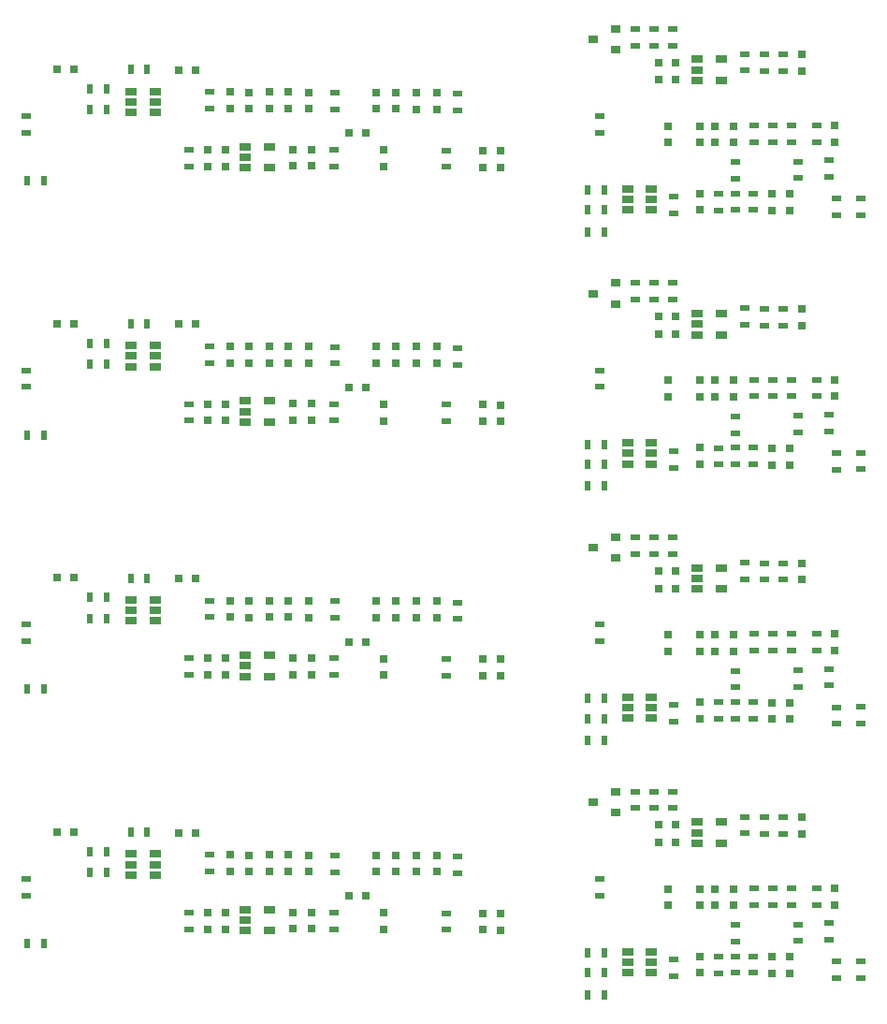
<source format=gbp>
%MOIN*%
%OFA0B0*%
%FSLAX46Y46*%
%IPPOS*%
%LPD*%
%ADD10C,0.0039370078740157488*%
%ADD11R,0.01968503937007874X0.035433070866141732*%
%ADD12R,0.031496062992125991X0.029527559055118113*%
%ADD13R,0.029527559055118113X0.031496062992125991*%
%ADD14R,0.035433070866141732X0.01968503937007874*%
%ADD15R,0.041732283464566935X0.025590551181102365*%
%ADD26C,0.0039370078740157488*%
%ADD27R,0.01968503937007874X0.035433070866141732*%
%ADD28R,0.031496062992125991X0.029527559055118113*%
%ADD29R,0.029527559055118113X0.031496062992125991*%
%ADD30R,0.035433070866141732X0.01968503937007874*%
%ADD31R,0.041732283464566935X0.025590551181102365*%
%ADD32C,0.0039370078740157488*%
%ADD33R,0.01968503937007874X0.035433070866141732*%
%ADD34R,0.031496062992125991X0.029527559055118113*%
%ADD35R,0.029527559055118113X0.031496062992125991*%
%ADD36R,0.035433070866141732X0.01968503937007874*%
%ADD37R,0.041732283464566935X0.025590551181102365*%
%ADD38C,0.0039370078740157488*%
%ADD39R,0.01968503937007874X0.035433070866141732*%
%ADD40R,0.031496062992125991X0.029527559055118113*%
%ADD41R,0.029527559055118113X0.031496062992125991*%
%ADD42R,0.035433070866141732X0.01968503937007874*%
%ADD43R,0.041732283464566935X0.025590551181102365*%
%ADD44C,0.0039370078740157488*%
%ADD45R,0.035433070866141732X0.01968503937007874*%
%ADD46R,0.029527559055118113X0.031496062992125991*%
%ADD47R,0.041732283464566935X0.025590551181102365*%
%ADD48R,0.01968503937007874X0.035433070866141732*%
%ADD49R,0.035433070866141732X0.031496062992125991*%
%ADD50R,0.031496062992125991X0.029527559055118113*%
%ADD51C,0.0039370078740157488*%
%ADD52R,0.035433070866141732X0.01968503937007874*%
%ADD53R,0.029527559055118113X0.031496062992125991*%
%ADD54R,0.041732283464566935X0.025590551181102365*%
%ADD55R,0.01968503937007874X0.035433070866141732*%
%ADD56R,0.035433070866141732X0.031496062992125991*%
%ADD57R,0.031496062992125991X0.029527559055118113*%
%ADD58C,0.0039370078740157488*%
%ADD59R,0.035433070866141732X0.01968503937007874*%
%ADD60R,0.029527559055118113X0.031496062992125991*%
%ADD61R,0.041732283464566935X0.025590551181102365*%
%ADD62R,0.01968503937007874X0.035433070866141732*%
%ADD63R,0.035433070866141732X0.031496062992125991*%
%ADD64R,0.031496062992125991X0.029527559055118113*%
%ADD65C,0.0039370078740157488*%
%ADD66R,0.035433070866141732X0.01968503937007874*%
%ADD67R,0.029527559055118113X0.031496062992125991*%
%ADD68R,0.041732283464566935X0.025590551181102365*%
%ADD69R,0.01968503937007874X0.035433070866141732*%
%ADD70R,0.035433070866141732X0.031496062992125991*%
%ADD71R,0.031496062992125991X0.029527559055118113*%
%ADD72C,0.0039370078740157488*%
%ADD73C,0.0039370078740157488*%
%ADD74C,0.0039370078740157488*%
%ADD75C,0.0039370078740157488*%
%ADD76C,0.0039370078740157488*%
%ADD77C,0.0039370078740157488*%
G01G01*
D10*
D11*
X0000000000Y0000905511D02*
X0000088582Y0000253936D03*
X0000147637Y0000253936D03*
D12*
X0001236299Y0000422755D03*
X0001295354Y0000422755D03*
D13*
X0001359921Y0000362519D03*
X0001359921Y0000303464D03*
X0001775669Y0000301496D03*
X0001775669Y0000360551D03*
D12*
X0000255196Y0000650708D03*
X0000196141Y0000650708D03*
X0000628425Y0000648346D03*
X0000687480Y0000648346D03*
D14*
X0000665826Y0000364094D03*
X0000665826Y0000305039D03*
D13*
X0000731968Y0000305433D03*
X0000731968Y0000364488D03*
X0000796535Y0000364094D03*
X0000796535Y0000305039D03*
D15*
X0000866220Y0000299921D03*
X0000866220Y0000337322D03*
X0000866220Y0000374724D03*
X0000952834Y0000374724D03*
X0000952834Y0000299921D03*
D13*
X0001034724Y0000365275D03*
X0001034724Y0000306220D03*
X0001103228Y0000364881D03*
X0001103228Y0000305826D03*
D14*
X0001181574Y0000364094D03*
X0001181574Y0000305039D03*
X0001582362Y0000361732D03*
X0001582362Y0000302677D03*
D13*
X0001710708Y0000302283D03*
X0001710708Y0000361338D03*
D14*
X0001623622Y0000562992D03*
X0001623622Y0000503937D03*
D13*
X0001476456Y0000508976D03*
X0001476456Y0000568031D03*
X0001401653Y0000568818D03*
X0001401653Y0000509763D03*
X0001333543Y0000568818D03*
X0001333543Y0000509763D03*
D14*
X0001184330Y0000508188D03*
X0001184330Y0000567244D03*
D13*
X0001093385Y0000509763D03*
X0001093385Y0000568818D03*
X0000810708Y0000510157D03*
X0000810708Y0000569212D03*
X0001019370Y0000510157D03*
X0001019370Y0000569212D03*
X0000878818Y0000509370D03*
X0000878818Y0000568425D03*
X0000952834Y0000510551D03*
X0000952834Y0000569606D03*
D14*
X0000739055Y0000570000D03*
X0000739055Y0000510944D03*
D11*
X0000516535Y0000649212D03*
X0000457480Y0000649212D03*
D15*
X0000546535Y0000572362D03*
X0000546535Y0000534960D03*
X0000546535Y0000497559D03*
X0000459921Y0000497559D03*
X0000459921Y0000572362D03*
X0000459921Y0000534960D03*
D11*
X0000372125Y0000505826D03*
X0000313070Y0000505826D03*
X0000372125Y0000581023D03*
X0000313070Y0000581023D03*
D14*
X0000085118Y0000484566D03*
X0000085118Y0000425511D03*
D13*
X0001549685Y0000508976D03*
X0001549685Y0000568031D03*
G04 next file*
G04 Gerber Fmt 4.6, Leading zero omitted, Abs format (unit mm)*
G04 Created by KiCad (PCBNEW 4.0.7) date 01/16/18 14:15:25*
G01G01*
G04 APERTURE LIST*
G04 APERTURE END LIST*
D26*
D27*
X0000000000Y0001811023D02*
X0000088582Y0001159448D03*
X0000147637Y0001159448D03*
D28*
X0001236299Y0001328267D03*
X0001295354Y0001328267D03*
D29*
X0001359921Y0001268031D03*
X0001359921Y0001208976D03*
X0001775669Y0001207007D03*
X0001775669Y0001266062D03*
D28*
X0000255196Y0001556220D03*
X0000196141Y0001556220D03*
X0000628425Y0001553858D03*
X0000687480Y0001553858D03*
D30*
X0000665826Y0001269606D03*
X0000665826Y0001210551D03*
D29*
X0000731968Y0001210944D03*
X0000731968Y0001269999D03*
X0000796535Y0001269606D03*
X0000796535Y0001210551D03*
D31*
X0000866220Y0001205433D03*
X0000866220Y0001242834D03*
X0000866220Y0001280236D03*
X0000952834Y0001280236D03*
X0000952834Y0001205433D03*
D29*
X0001034724Y0001270787D03*
X0001034724Y0001211732D03*
X0001103228Y0001270393D03*
X0001103228Y0001211338D03*
D30*
X0001181574Y0001269606D03*
X0001181574Y0001210551D03*
X0001582362Y0001267244D03*
X0001582362Y0001208188D03*
D29*
X0001710708Y0001207795D03*
X0001710708Y0001266850D03*
D30*
X0001623622Y0001468503D03*
X0001623622Y0001409448D03*
D29*
X0001476456Y0001414488D03*
X0001476456Y0001473543D03*
X0001401653Y0001474330D03*
X0001401653Y0001415275D03*
X0001333543Y0001474330D03*
X0001333543Y0001415275D03*
D30*
X0001184330Y0001413700D03*
X0001184330Y0001472755D03*
D29*
X0001093385Y0001415275D03*
X0001093385Y0001474330D03*
X0000810708Y0001415669D03*
X0000810708Y0001474724D03*
X0001019370Y0001415669D03*
X0001019370Y0001474724D03*
X0000878818Y0001414881D03*
X0000878818Y0001473937D03*
X0000952834Y0001416062D03*
X0000952834Y0001475118D03*
D30*
X0000739055Y0001475511D03*
X0000739055Y0001416456D03*
D27*
X0000516535Y0001554724D03*
X0000457480Y0001554724D03*
D31*
X0000546535Y0001477874D03*
X0000546535Y0001440472D03*
X0000546535Y0001403070D03*
X0000459921Y0001403070D03*
X0000459921Y0001477874D03*
X0000459921Y0001440472D03*
D27*
X0000372125Y0001411338D03*
X0000313070Y0001411338D03*
X0000372125Y0001486535D03*
X0000313070Y0001486535D03*
D30*
X0000085118Y0001390078D03*
X0000085118Y0001331023D03*
D29*
X0001549685Y0001414488D03*
X0001549685Y0001473543D03*
G04 next file*
G04 Gerber Fmt 4.6, Leading zero omitted, Abs format (unit mm)*
G04 Created by KiCad (PCBNEW 4.0.7) date 01/16/18 14:15:25*
G01G01*
G04 APERTURE LIST*
G04 APERTURE END LIST*
D32*
D33*
X0000000000Y0002716535D02*
X0000088582Y0002064960D03*
X0000147637Y0002064960D03*
D34*
X0001236299Y0002233779D03*
X0001295354Y0002233779D03*
D35*
X0001359921Y0002173543D03*
X0001359921Y0002114488D03*
X0001775669Y0002112519D03*
X0001775669Y0002171574D03*
D34*
X0000255196Y0002461732D03*
X0000196141Y0002461732D03*
X0000628425Y0002459370D03*
X0000687480Y0002459370D03*
D36*
X0000665826Y0002175118D03*
X0000665826Y0002116062D03*
D35*
X0000731968Y0002116456D03*
X0000731968Y0002175511D03*
X0000796535Y0002175118D03*
X0000796535Y0002116062D03*
D37*
X0000866220Y0002110944D03*
X0000866220Y0002148346D03*
X0000866220Y0002185748D03*
X0000952834Y0002185748D03*
X0000952834Y0002110944D03*
D35*
X0001034724Y0002176299D03*
X0001034724Y0002117244D03*
X0001103228Y0002175905D03*
X0001103228Y0002116850D03*
D36*
X0001181574Y0002175118D03*
X0001181574Y0002116062D03*
X0001582362Y0002172755D03*
X0001582362Y0002113700D03*
D35*
X0001710708Y0002113307D03*
X0001710708Y0002172362D03*
D36*
X0001623622Y0002374015D03*
X0001623622Y0002314960D03*
D35*
X0001476456Y0002320000D03*
X0001476456Y0002379055D03*
X0001401653Y0002379842D03*
X0001401653Y0002320787D03*
X0001333543Y0002379842D03*
X0001333543Y0002320787D03*
D36*
X0001184330Y0002319212D03*
X0001184330Y0002378267D03*
D35*
X0001093385Y0002320787D03*
X0001093385Y0002379842D03*
X0000810708Y0002321181D03*
X0000810708Y0002380236D03*
X0001019370Y0002321181D03*
X0001019370Y0002380236D03*
X0000878818Y0002320393D03*
X0000878818Y0002379448D03*
X0000952834Y0002321574D03*
X0000952834Y0002380629D03*
D36*
X0000739055Y0002381023D03*
X0000739055Y0002321968D03*
D33*
X0000516535Y0002460236D03*
X0000457480Y0002460236D03*
D37*
X0000546535Y0002383385D03*
X0000546535Y0002345984D03*
X0000546535Y0002308582D03*
X0000459921Y0002308582D03*
X0000459921Y0002383385D03*
X0000459921Y0002345984D03*
D33*
X0000372125Y0002316850D03*
X0000313070Y0002316850D03*
X0000372125Y0002392047D03*
X0000313070Y0002392047D03*
D36*
X0000085118Y0002295590D03*
X0000085118Y0002236535D03*
D35*
X0001549685Y0002320000D03*
X0001549685Y0002379055D03*
G04 next file*
G04 Gerber Fmt 4.6, Leading zero omitted, Abs format (unit mm)*
G04 Created by KiCad (PCBNEW 4.0.7) date 01/16/18 14:15:25*
G01G01*
G04 APERTURE LIST*
G04 APERTURE END LIST*
D38*
D39*
X0000000000Y0003622047D02*
X0000088582Y0002970472D03*
X0000147637Y0002970472D03*
D40*
X0001236299Y0003139291D03*
X0001295354Y0003139291D03*
D41*
X0001359921Y0003079055D03*
X0001359921Y0003020000D03*
X0001775669Y0003018031D03*
X0001775669Y0003077086D03*
D40*
X0000255196Y0003367244D03*
X0000196141Y0003367244D03*
X0000628425Y0003364881D03*
X0000687480Y0003364881D03*
D42*
X0000665826Y0003080629D03*
X0000665826Y0003021574D03*
D41*
X0000731968Y0003021968D03*
X0000731968Y0003081023D03*
X0000796535Y0003080629D03*
X0000796535Y0003021574D03*
D43*
X0000866220Y0003016456D03*
X0000866220Y0003053858D03*
X0000866220Y0003091259D03*
X0000952834Y0003091259D03*
X0000952834Y0003016456D03*
D41*
X0001034724Y0003081811D03*
X0001034724Y0003022755D03*
X0001103228Y0003081417D03*
X0001103228Y0003022362D03*
D42*
X0001181574Y0003080629D03*
X0001181574Y0003021574D03*
X0001582362Y0003078267D03*
X0001582362Y0003019212D03*
D41*
X0001710708Y0003018818D03*
X0001710708Y0003077874D03*
D42*
X0001623622Y0003279527D03*
X0001623622Y0003220472D03*
D41*
X0001476456Y0003225511D03*
X0001476456Y0003284566D03*
X0001401653Y0003285354D03*
X0001401653Y0003226299D03*
X0001333543Y0003285354D03*
X0001333543Y0003226299D03*
D42*
X0001184330Y0003224724D03*
X0001184330Y0003283779D03*
D41*
X0001093385Y0003226299D03*
X0001093385Y0003285354D03*
X0000810708Y0003226692D03*
X0000810708Y0003285748D03*
X0001019370Y0003226692D03*
X0001019370Y0003285748D03*
X0000878818Y0003225905D03*
X0000878818Y0003284960D03*
X0000952834Y0003227086D03*
X0000952834Y0003286141D03*
D42*
X0000739055Y0003286535D03*
X0000739055Y0003227480D03*
D39*
X0000516535Y0003365748D03*
X0000457480Y0003365748D03*
D43*
X0000546535Y0003288897D03*
X0000546535Y0003251496D03*
X0000546535Y0003214094D03*
X0000459921Y0003214094D03*
X0000459921Y0003288897D03*
X0000459921Y0003251496D03*
D39*
X0000372125Y0003222362D03*
X0000313070Y0003222362D03*
X0000372125Y0003297559D03*
X0000313070Y0003297559D03*
D42*
X0000085118Y0003201102D03*
X0000085118Y0003142047D03*
D41*
X0001549685Y0003225511D03*
X0001549685Y0003284566D03*
G04 next file*
G04 Gerber Fmt 4.6, Leading zero omitted, Abs format (unit mm)*
G04 Created by KiCad (PCBNEW 4.0.7) date 02/10/18 00:31:40*
G01G01*
G04 APERTURE LIST*
G04 APERTURE END LIST*
D44*
D45*
X0002047244Y0000905511D02*
X0002612795Y0000319291D03*
X0002612795Y0000260236D03*
X0002944881Y0000267322D03*
X0002944881Y0000326377D03*
X0002835433Y0000322047D03*
X0002835433Y0000262992D03*
X0002715354Y0000643700D03*
X0002715354Y0000702755D03*
X0002678015Y0000392125D03*
X0002678015Y0000451181D03*
D46*
X0002740944Y0000205905D03*
X0002740944Y0000146850D03*
X0002967015Y0000392125D03*
X0002967015Y0000451181D03*
X0002850393Y0000643700D03*
X0002850393Y0000702755D03*
X0002606015Y0000389787D03*
X0002606015Y0000448842D03*
D45*
X0002392519Y0000137795D03*
X0002392519Y0000196850D03*
X0003058303Y0000191096D03*
X0003058303Y0000132041D03*
X0002973370Y0000130826D03*
X0002973370Y0000189881D03*
D47*
X0002227165Y0000150787D03*
X0002227165Y0000188188D03*
X0002227165Y0000225590D03*
X0002313779Y0000225590D03*
X0002313779Y0000150787D03*
X0002313779Y0000188188D03*
D45*
X0002783070Y0000702755D03*
X0002783070Y0000643700D03*
X0002746015Y0000451181D03*
X0002746015Y0000392125D03*
X0002811015Y0000392125D03*
X0002811015Y0000451181D03*
X0002902755Y0000451181D03*
X0002902755Y0000392125D03*
X0002387251Y0000794748D03*
X0002387251Y0000735692D03*
X0002644881Y0000705511D03*
X0002644881Y0000646456D03*
X0002255251Y0000735692D03*
X0002255251Y0000794748D03*
X0002321251Y0000794748D03*
X0002321251Y0000735692D03*
X0002129133Y0000484251D03*
X0002129133Y0000425196D03*
D48*
X0002145669Y0000071850D03*
X0002086614Y0000071850D03*
X0002145669Y0000220472D03*
X0002086614Y0000220472D03*
X0002145669Y0000149606D03*
X0002086614Y0000149606D03*
D45*
X0002612795Y0000208251D03*
X0002612795Y0000149196D03*
X0002675795Y0000208251D03*
X0002675795Y0000149196D03*
X0002550795Y0000207251D03*
X0002550795Y0000148196D03*
D49*
X0002185039Y0000795275D03*
X0002185039Y0000720472D03*
X0002106299Y0000757874D03*
D46*
X0002538976Y0000389370D03*
X0002538976Y0000448425D03*
D50*
X0002397346Y0000675685D03*
X0002338291Y0000675685D03*
D46*
X0002484645Y0000448818D03*
X0002484645Y0000389763D03*
X0002372047Y0000389370D03*
X0002372047Y0000448425D03*
X0002484795Y0000149196D03*
X0002484795Y0000208251D03*
X0002804724Y0000205905D03*
X0002804724Y0000146850D03*
D50*
X0002397346Y0000612685D03*
X0002338291Y0000612685D03*
D47*
X0002475590Y0000611023D03*
X0002475590Y0000648425D03*
X0002475590Y0000685826D03*
X0002562204Y0000685826D03*
X0002562204Y0000611023D03*
G04 next file*
G04 Gerber Fmt 4.6, Leading zero omitted, Abs format (unit mm)*
G04 Created by KiCad (PCBNEW 4.0.7) date 02/10/18 00:31:40*
G01G01*
G04 APERTURE LIST*
G04 APERTURE END LIST*
D51*
D52*
X0002047244Y0001811023D02*
X0002612795Y0001224803D03*
X0002612795Y0001165748D03*
X0002944881Y0001172834D03*
X0002944881Y0001231889D03*
X0002835433Y0001227559D03*
X0002835433Y0001168503D03*
X0002715354Y0001549212D03*
X0002715354Y0001608267D03*
X0002678015Y0001297637D03*
X0002678015Y0001356692D03*
D53*
X0002740944Y0001111417D03*
X0002740944Y0001052362D03*
X0002967015Y0001297637D03*
X0002967015Y0001356692D03*
X0002850393Y0001549212D03*
X0002850393Y0001608267D03*
X0002606015Y0001295299D03*
X0002606015Y0001354354D03*
D52*
X0002392519Y0001043307D03*
X0002392519Y0001102362D03*
X0003058303Y0001096608D03*
X0003058303Y0001037553D03*
X0002973370Y0001036338D03*
X0002973370Y0001095393D03*
D54*
X0002227165Y0001056299D03*
X0002227165Y0001093700D03*
X0002227165Y0001131102D03*
X0002313779Y0001131102D03*
X0002313779Y0001056299D03*
X0002313779Y0001093700D03*
D52*
X0002783070Y0001608267D03*
X0002783070Y0001549212D03*
X0002746015Y0001356692D03*
X0002746015Y0001297637D03*
X0002811015Y0001297637D03*
X0002811015Y0001356692D03*
X0002902755Y0001356692D03*
X0002902755Y0001297637D03*
X0002387251Y0001700259D03*
X0002387251Y0001641204D03*
X0002644881Y0001611023D03*
X0002644881Y0001551968D03*
X0002255251Y0001641204D03*
X0002255251Y0001700259D03*
X0002321251Y0001700259D03*
X0002321251Y0001641204D03*
X0002129133Y0001389763D03*
X0002129133Y0001330708D03*
D55*
X0002145669Y0000977362D03*
X0002086614Y0000977362D03*
X0002145669Y0001125984D03*
X0002086614Y0001125984D03*
X0002145669Y0001055118D03*
X0002086614Y0001055118D03*
D52*
X0002612795Y0001113763D03*
X0002612795Y0001054708D03*
X0002675795Y0001113763D03*
X0002675795Y0001054708D03*
X0002550795Y0001112763D03*
X0002550795Y0001053708D03*
D56*
X0002185039Y0001700787D03*
X0002185039Y0001625984D03*
X0002106299Y0001663385D03*
D53*
X0002538976Y0001294881D03*
X0002538976Y0001353937D03*
D57*
X0002397346Y0001581196D03*
X0002338291Y0001581196D03*
D53*
X0002484645Y0001354330D03*
X0002484645Y0001295275D03*
X0002372047Y0001294881D03*
X0002372047Y0001353937D03*
X0002484795Y0001054708D03*
X0002484795Y0001113763D03*
X0002804724Y0001111417D03*
X0002804724Y0001052362D03*
D57*
X0002397346Y0001518196D03*
X0002338291Y0001518196D03*
D54*
X0002475590Y0001516535D03*
X0002475590Y0001553937D03*
X0002475590Y0001591338D03*
X0002562204Y0001591338D03*
X0002562204Y0001516535D03*
G04 next file*
G04 Gerber Fmt 4.6, Leading zero omitted, Abs format (unit mm)*
G04 Created by KiCad (PCBNEW 4.0.7) date 02/10/18 00:31:40*
G01G01*
G04 APERTURE LIST*
G04 APERTURE END LIST*
D58*
D59*
X0002047244Y0003622047D02*
X0002612795Y0003035826D03*
X0002612795Y0002976771D03*
X0002944881Y0002983858D03*
X0002944881Y0003042913D03*
X0002835433Y0003038582D03*
X0002835433Y0002979527D03*
X0002715354Y0003360236D03*
X0002715354Y0003419291D03*
X0002678015Y0003108661D03*
X0002678015Y0003167716D03*
D60*
X0002740944Y0002922440D03*
X0002740944Y0002863385D03*
X0002967015Y0003108661D03*
X0002967015Y0003167716D03*
X0002850393Y0003360236D03*
X0002850393Y0003419291D03*
X0002606015Y0003106322D03*
X0002606015Y0003165377D03*
D59*
X0002392519Y0002854330D03*
X0002392519Y0002913385D03*
X0003058303Y0002907631D03*
X0003058303Y0002848576D03*
X0002973370Y0002847362D03*
X0002973370Y0002906417D03*
D61*
X0002227165Y0002867322D03*
X0002227165Y0002904724D03*
X0002227165Y0002942125D03*
X0002313779Y0002942125D03*
X0002313779Y0002867322D03*
X0002313779Y0002904724D03*
D59*
X0002783070Y0003419291D03*
X0002783070Y0003360236D03*
X0002746015Y0003167716D03*
X0002746015Y0003108661D03*
X0002811015Y0003108661D03*
X0002811015Y0003167716D03*
X0002902755Y0003167716D03*
X0002902755Y0003108661D03*
X0002387251Y0003511283D03*
X0002387251Y0003452228D03*
X0002644881Y0003422047D03*
X0002644881Y0003362992D03*
X0002255251Y0003452228D03*
X0002255251Y0003511283D03*
X0002321251Y0003511283D03*
X0002321251Y0003452228D03*
X0002129133Y0003200787D03*
X0002129133Y0003141732D03*
D62*
X0002145669Y0002788385D03*
X0002086614Y0002788385D03*
X0002145669Y0002937007D03*
X0002086614Y0002937007D03*
X0002145669Y0002866141D03*
X0002086614Y0002866141D03*
D59*
X0002612795Y0002924787D03*
X0002612795Y0002865732D03*
X0002675795Y0002924787D03*
X0002675795Y0002865732D03*
X0002550795Y0002923787D03*
X0002550795Y0002864732D03*
D63*
X0002185039Y0003511811D03*
X0002185039Y0003437007D03*
X0002106299Y0003474409D03*
D60*
X0002538976Y0003105905D03*
X0002538976Y0003164960D03*
D64*
X0002397346Y0003392220D03*
X0002338291Y0003392220D03*
D60*
X0002484645Y0003165354D03*
X0002484645Y0003106299D03*
X0002372047Y0003105905D03*
X0002372047Y0003164960D03*
X0002484795Y0002865732D03*
X0002484795Y0002924787D03*
X0002804724Y0002922440D03*
X0002804724Y0002863385D03*
D64*
X0002397346Y0003329220D03*
X0002338291Y0003329220D03*
D61*
X0002475590Y0003327559D03*
X0002475590Y0003364960D03*
X0002475590Y0003402362D03*
X0002562204Y0003402362D03*
X0002562204Y0003327559D03*
G04 next file*
G04 Gerber Fmt 4.6, Leading zero omitted, Abs format (unit mm)*
G04 Created by KiCad (PCBNEW 4.0.7) date 02/10/18 00:31:40*
G01G01*
G04 APERTURE LIST*
G04 APERTURE END LIST*
D65*
D66*
X0002047244Y0002716535D02*
X0002612795Y0002130314D03*
X0002612795Y0002071259D03*
X0002944881Y0002078346D03*
X0002944881Y0002137401D03*
X0002835433Y0002133070D03*
X0002835433Y0002074015D03*
X0002715354Y0002454724D03*
X0002715354Y0002513779D03*
X0002678015Y0002203149D03*
X0002678015Y0002262204D03*
D67*
X0002740944Y0002016929D03*
X0002740944Y0001957874D03*
X0002967015Y0002203149D03*
X0002967015Y0002262204D03*
X0002850393Y0002454724D03*
X0002850393Y0002513779D03*
X0002606015Y0002200811D03*
X0002606015Y0002259866D03*
D66*
X0002392519Y0001948818D03*
X0002392519Y0002007874D03*
X0003058303Y0002002120D03*
X0003058303Y0001943064D03*
X0002973370Y0001941850D03*
X0002973370Y0002000905D03*
D68*
X0002227165Y0001961811D03*
X0002227165Y0001999212D03*
X0002227165Y0002036614D03*
X0002313779Y0002036614D03*
X0002313779Y0001961811D03*
X0002313779Y0001999212D03*
D66*
X0002783070Y0002513779D03*
X0002783070Y0002454724D03*
X0002746015Y0002262204D03*
X0002746015Y0002203149D03*
X0002811015Y0002203149D03*
X0002811015Y0002262204D03*
X0002902755Y0002262204D03*
X0002902755Y0002203149D03*
X0002387251Y0002605771D03*
X0002387251Y0002546716D03*
X0002644881Y0002516535D03*
X0002644881Y0002457480D03*
X0002255251Y0002546716D03*
X0002255251Y0002605771D03*
X0002321251Y0002605771D03*
X0002321251Y0002546716D03*
X0002129133Y0002295275D03*
X0002129133Y0002236220D03*
D69*
X0002145669Y0001882874D03*
X0002086614Y0001882874D03*
X0002145669Y0002031496D03*
X0002086614Y0002031496D03*
X0002145669Y0001960629D03*
X0002086614Y0001960629D03*
D66*
X0002612795Y0002019275D03*
X0002612795Y0001960220D03*
X0002675795Y0002019275D03*
X0002675795Y0001960220D03*
X0002550795Y0002018275D03*
X0002550795Y0001959220D03*
D70*
X0002185039Y0002606299D03*
X0002185039Y0002531496D03*
X0002106299Y0002568897D03*
D67*
X0002538976Y0002200393D03*
X0002538976Y0002259448D03*
D71*
X0002397346Y0002486708D03*
X0002338291Y0002486708D03*
D67*
X0002484645Y0002259842D03*
X0002484645Y0002200787D03*
X0002372047Y0002200393D03*
X0002372047Y0002259448D03*
X0002484795Y0001960220D03*
X0002484795Y0002019275D03*
X0002804724Y0002016929D03*
X0002804724Y0001957874D03*
D71*
X0002397346Y0002423708D03*
X0002338291Y0002423708D03*
D68*
X0002475590Y0002422047D03*
X0002475590Y0002459448D03*
X0002475590Y0002496850D03*
X0002562204Y0002496850D03*
X0002562204Y0002422047D03*
G04 next file*
G04 Gerber Fmt 4.6, Leading zero omitted, Abs format (unit mm)*
G04 Created by KiCad (PCBNEW 4.0.7) date 12/02/17 01:49:37*
G01G01*
G04 APERTURE LIST*
G04 APERTURE END LIST*
D72*
G04 next file*
G04 Gerber Fmt 4.6, Leading zero omitted, Abs format (unit mm)*
G04 Created by KiCad (PCBNEW 4.0.7) date 12/10/17 14:33:21*
G01G01*
G04 APERTURE LIST*
G04 APERTURE END LIST*
D73*
G04 next file*
G04 Gerber Fmt 4.6, Leading zero omitted, Abs format (unit mm)*
G04 Created by KiCad (PCBNEW 4.0.7) date 12/10/17 14:33:21*
G01G01*
G04 APERTURE LIST*
G04 APERTURE END LIST*
D74*
G04 next file*
G04 Gerber Fmt 4.6, Leading zero omitted, Abs format (unit mm)*
G04 Created by KiCad (PCBNEW 4.0.7) date 12/10/17 14:33:21*
G01G01*
G04 APERTURE LIST*
G04 APERTURE END LIST*
D75*
G04 next file*
G04 Gerber Fmt 4.6, Leading zero omitted, Abs format (unit mm)*
G04 Created by KiCad (PCBNEW 4.0.7) date 12/10/17 14:33:21*
G01G01*
G04 APERTURE LIST*
G04 APERTURE END LIST*
D76*
G04 next file*
G04 Gerber Fmt 4.6, Leading zero omitted, Abs format (unit mm)*
G04 Created by KiCad (PCBNEW 4.0.7) date 12/02/17 19:07:17*
G01G01*
G04 APERTURE LIST*
G04 APERTURE END LIST*
D77*
M02*
</source>
